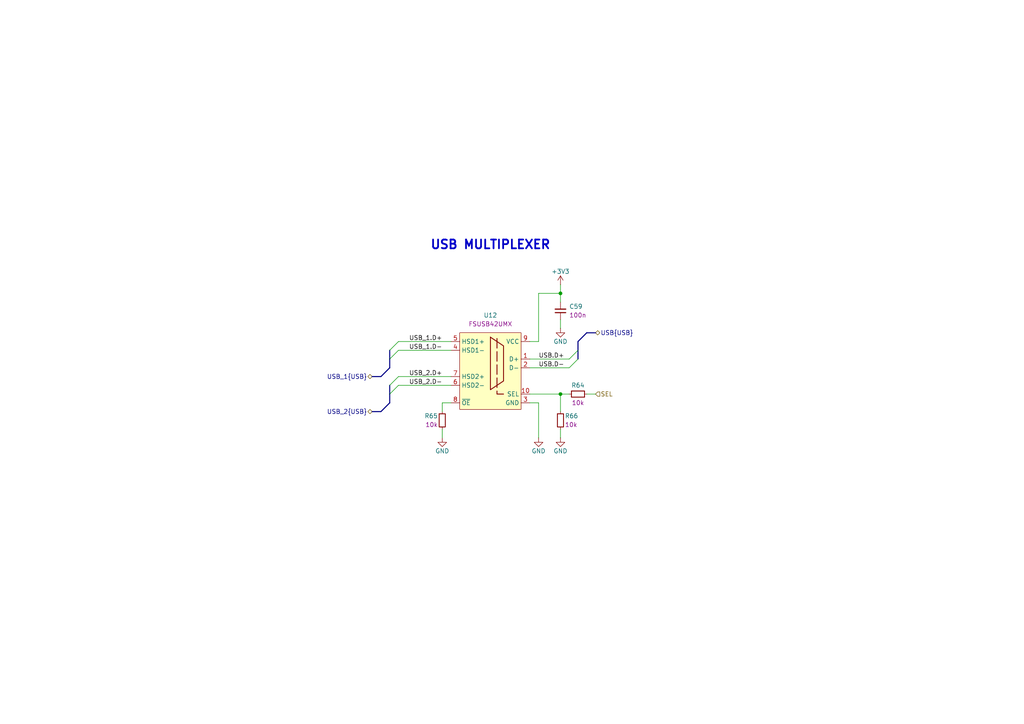
<source format=kicad_sch>
(kicad_sch (version 20250114) (generator "eeschema") (generator_version "9.0")
  (paper "A4")
  (title_block (title "ModuCard CM5 module") (date "2025-10-10") (rev "1.0.0") (company "KoNaR") (comment 1 "Project author: Dominik Pluta"))
  (lib_symbols
    (symbol "DW-ICs:FSUSB42UMX"
      (property "Reference" "U" (at 35.56 0 0))
      (property "MPN" "FSUSB42UMX" (at 35.56 -15.24 0))
      (symbol "FSUSB42UMX_1_1"
        (rectangle (start 2.54 2.54) (end 20.32 -19.685) (fill (type background)))
        (polyline (pts (xy 7.62 -15.24) (xy 9.525 -15.24) (xy 9.525 1.27)) (stroke (width 0.254) (type dash)))
        (polyline (pts (xy 11.43 1.27) (xy 11.43 -13.97) (xy 7.62 -11.43) (xy 7.62 -1.27) (xy 11.43 1.27)) (stroke (width 0.254)) (fill (type background)))
        (pin power_in line (at 0 0 0) (length 2.54) (name "VCC") (number "9"))
        (pin bidirectional line (at 0 -5.08 0) (length 2.54) (name "D+") (number "1"))
        (pin bidirectional line (at 0 -7.62 0) (length 2.54) (name "D-") (number "2"))
        (pin input line (at 0 -15.24 0) (length 2.54) (name "SEL") (number "10"))
        (pin power_in line (at 0 -17.78 0) (length 2.54) (name "GND") (number "3"))
        (pin bidirectional line (at 22.86 0 180) (length 2.54) (name "HSD1+") (number "5"))
        (pin bidirectional line (at 22.86 -2.54 180) (length 2.54) (name "HSD1-") (number "4"))
        (pin bidirectional line (at 22.86 -10.16 180) (length 2.54) (name "HSD2+") (number "7"))
        (pin bidirectional line (at 22.86 -12.7 180) (length 2.54) (name "HSD2-") (number "6"))
        (pin input line (at 22.86 -17.78 180) (length 2.54) (name "~{OE}") (number "8"))
      )
    )
    (symbol "DW-capacitors:C-100n-0402" (pin_numbers (hide yes)) (pin_names (hide yes))
      (property "Reference" "C" (at 12.7 0 0))
      (property "Val" "100n" (at 12.7 -20.32 0))
      (symbol "C-100n-0402_0_1"
        (polyline (pts (xy 2.032 -1.524) (xy 2.032 1.524)) (stroke (width 0.3048)))
        (polyline (pts (xy 3.048 -1.524) (xy 3.048 1.524)) (stroke (width 0.3302)))
      )
      (symbol "C-100n-0402_1_1"
        (pin passive line (at 0 0 0) (length 2.032) (name "~") (number "1"))
        (pin passive line (at 5.08 0 180) (length 2.032) (name "~") (number "2"))
      )
    )
    (symbol "DW-power-symbols:+3V3" (power) (pin_numbers (hide yes)) (pin_names (offset 0) (hide yes))
      (property "Value" "+3V3" (at 0 3.556 0))
      (symbol "+3V3_0_1"
        (polyline (pts (xy -0.762 1.27) (xy 0 2.54)))
        (polyline (pts (xy 0 2.54) (xy 0.762 1.27)))
        (polyline (pts (xy 0 0) (xy 0 2.54)))
      )
      (symbol "+3V3_1_1"
        (pin power_in line (at 0 0 90) (length 0) (name "~") (number "1"))
      )
    )
    (symbol "DW-power-symbols:GND" (power) (pin_numbers (hide yes)) (pin_names (offset 0) (hide yes))
      (property "Value" "GND" (at 0 -3.81 0))
      (symbol "GND_0_1"
        (polyline (pts (xy 0 0) (xy 0 -1.27) (xy 1.27 -1.27) (xy 0 -2.54) (xy -1.27 -1.27) (xy 0 -1.27)))
      )
      (symbol "GND_1_1"
        (pin power_in line (at 0 0 270) (length 0) (name "~") (number "1"))
      )
    )
    (symbol "DW-resistors:R-10k-0402" (pin_numbers (hide yes)) (pin_names (offset 0) (hide yes))
      (property "Reference" "R" (at 12.7 0 0))
      (property "Val" "10k" (at 12.7 -20.32 0))
      (symbol "R-10k-0402_0_1"
        (rectangle (start 0.635 0.889) (end 4.445 -0.889) (stroke (width 0.254)))
      )
      (symbol "R-10k-0402_1_1"
        (pin passive line (at 0 0 0) (length 0.635) (name "~") (number "1"))
        (pin passive line (at 5.08 0 180) (length 0.635) (name "~") (number "2"))
      )
    )
  )
  (text "USB MULTIPLEXER" (at 142.24 71.12 0) (effects (font (size 2.54 2.54) (bold yes))))
  (junction (at 162.56 114.3))
  (junction (at 162.56 85.09))
  (bus_entry (at 113.03 111.76) (size 2.54 -2.54))
  (bus_entry (at 167.64 101.6) (size -2.54 2.54))
  (bus_entry (at 167.64 104.14) (size -2.54 2.54))
  (bus_entry (at 113.03 104.14) (size 2.54 -2.54))
  (bus_entry (at 113.03 114.3) (size 2.54 -2.54))
  (bus_entry (at 113.03 101.6) (size 2.54 -2.54))
  (wire (pts (xy 156.21 85.09) (xy 156.21 99.06)))
  (bus (pts (xy 113.03 114.3) (xy 113.03 116.84)))
  (wire (pts (xy 153.67 106.68) (xy 165.1 106.68)))
  (wire (pts (xy 128.27 127) (xy 128.27 124.46)))
  (wire (pts (xy 162.56 114.3) (xy 165.1 114.3)))
  (wire (pts (xy 115.57 109.22) (xy 130.81 109.22)))
  (bus (pts (xy 172.72 96.52) (xy 170.18 96.52)))
  (bus (pts (xy 113.03 101.6) (xy 113.03 104.14)))
  (wire (pts (xy 162.56 114.3) (xy 162.56 119.38)))
  (bus (pts (xy 107.95 119.38) (xy 110.49 119.38)))
  (wire (pts (xy 156.21 85.09) (xy 162.56 85.09)))
  (wire (pts (xy 162.56 124.46) (xy 162.56 127)))
  (wire (pts (xy 156.21 116.84) (xy 153.67 116.84)))
  (wire (pts (xy 128.27 119.38) (xy 128.27 116.84)))
  (bus (pts (xy 107.95 109.22) (xy 110.49 109.22)))
  (bus (pts (xy 110.49 109.22) (xy 113.03 106.68)))
  (wire (pts (xy 162.56 85.09) (xy 162.56 87.63)))
  (bus (pts (xy 110.49 119.38) (xy 113.03 116.84)))
  (wire (pts (xy 162.56 82.55) (xy 162.56 85.09)))
  (wire (pts (xy 128.27 116.84) (xy 130.81 116.84)))
  (wire (pts (xy 115.57 111.76) (xy 130.81 111.76)))
  (bus (pts (xy 167.64 101.6) (xy 167.64 99.06)))
  (wire (pts (xy 153.67 104.14) (xy 165.1 104.14)))
  (wire (pts (xy 115.57 99.06) (xy 130.81 99.06)))
  (bus (pts (xy 167.64 104.14) (xy 167.64 101.6)))
  (bus (pts (xy 113.03 104.14) (xy 113.03 106.68)))
  (wire (pts (xy 156.21 127) (xy 156.21 116.84)))
  (bus (pts (xy 113.03 111.76) (xy 113.03 114.3)))
  (bus (pts (xy 170.18 96.52) (xy 167.64 99.06)))
  (wire (pts (xy 170.18 114.3) (xy 172.72 114.3)))
  (wire (pts (xy 115.57 101.6) (xy 130.81 101.6)))
  (wire (pts (xy 162.56 92.71) (xy 162.56 95.25)))
  (wire (pts (xy 153.67 114.3) (xy 162.56 114.3)))
  (wire (pts (xy 156.21 99.06) (xy 153.67 99.06)))
  (label "USB.D+" (at 156.21 104.14 0))
  (label "USB_1.D+" (at 128.27 99.06 180))
  (label "USB_1.D-" (at 128.27 101.6 180))
  (label "USB_2.D+" (at 128.27 109.22 180))
  (label "USB.D-" (at 156.21 106.68 0))
  (label "USB_2.D-" (at 128.27 111.76 180))
  (hierarchical_label "USB_1{USB}" (shape bidirectional) (at 107.95 109.22 180))
  (hierarchical_label "SEL" (shape input) (at 172.72 114.3 0))
  (hierarchical_label "USB_2{USB}" (shape bidirectional) (at 107.95 119.38 180))
  (hierarchical_label "USB{USB}" (shape bidirectional) (at 172.72 96.52 0))
  (symbol (lib_id "DW-power-symbols:+3V3") (at 162.56 82.55 0) (unit 1)
    (property "Reference" "#PWR0138" (effects (hide yes)))
    (property "Value" "+3V3" (at 162.56 78.74 0))
    (property "Description" "Power symbol creates a global label with name \"+3V3\"" (effects (hide yes)))
  )
  (symbol (lib_id "DW-capacitors:C-100n-0402") (at 162.56 92.71 90) (unit 1)
    (property "Reference" "C59" (at 165.1 88.8936 90) (effects (justify right)))
    (property "Value" "C-100n-0402" (effects (hide yes)))
    (property "Footprint" "DW-footprints:C_0402_1005Metric" (effects (hide yes)))
    (property "Datasheet" "https://lcsc.com/datasheet/lcsc_datasheet_2304140030_Samsung-Electro-Mechanics-CL05B104KB54PNC_C307331.pdf" (effects (hide yes)))
    (property "Description" "50V 100nF X7R ±10% 0402 Multilayer Ceramic Capacitors MLCC - SMD/SMT ROHS" (effects (hide yes)))
    (property "Manufacturer" "Samsung Electro-Mechanics" (effects (hide yes)))
    (property "MPN" "CL05B104KB54PNC" (effects (hide yes)))
    (property "LCSC" "C307331" (effects (hide yes)))
    (property "Val" "100n" (at 165.1 91.4336 90) (effects (justify right)))
    (property "Tolerance" "10%" (effects (hide yes)))
    (property "Voltage" "50V" (effects (hide yes)))
    (property "Dielectric" "X7R" (effects (hide yes)))
  )
  (symbol (lib_id "DW-resistors:R-10k-0402") (at 165.1 114.3 0) (unit 1)
    (property "Reference" "R64" (at 167.64 111.76 0))
    (property "Value" "R-10k-0402" (effects (hide yes)))
    (property "Footprint" "DW-footprints:R_0402_1005Metric" (effects (hide yes)))
    (property "Datasheet" "https://lcsc.com/datasheet/lcsc_datasheet_2411221126_UNI-ROYAL-Uniroyal-Elec-0402WGF1002TCE_C25744.pdf" (effects (hide yes)))
    (property "Description" "62.5mW Thick Film Resistor 50V ±100ppm/℃ ±1% 10kΩ 0402 Chip Resistor - Surface Mount ROHS" (effects (hide yes)))
    (property "Manufacturer" "UNI-ROYAL(Uniroyal Elec)" (effects (hide yes)))
    (property "MPN" "0402WGF1002TCE" (effects (hide yes)))
    (property "LCSC" "C25744" (effects (hide yes)))
    (property "Val" "10k" (at 167.64 116.84 0))
    (property "Tolerance" "1%" (effects (hide yes)))
  )
  (symbol (lib_id "DW-resistors:R-10k-0402") (at 162.56 124.46 90) (unit 1)
    (property "Reference" "R66" (at 163.83 120.65 90) (effects (justify right)))
    (property "Value" "R-10k-0402" (effects (hide yes)))
    (property "Footprint" "DW-footprints:R_0402_1005Metric" (effects (hide yes)))
    (property "Datasheet" "https://lcsc.com/datasheet/lcsc_datasheet_2411221126_UNI-ROYAL-Uniroyal-Elec-0402WGF1002TCE_C25744.pdf" (effects (hide yes)))
    (property "Description" "62.5mW Thick Film Resistor 50V ±100ppm/℃ ±1% 10kΩ 0402 Chip Resistor - Surface Mount ROHS" (effects (hide yes)))
    (property "Manufacturer" "UNI-ROYAL(Uniroyal Elec)" (effects (hide yes)))
    (property "MPN" "0402WGF1002TCE" (effects (hide yes)))
    (property "LCSC" "C25744" (effects (hide yes)))
    (property "Val" "10k" (at 163.83 123.19 90) (effects (justify right)))
    (property "Tolerance" "1%" (effects (hide yes)))
  )
  (symbol (lib_id "DW-power-symbols:GND") (at 162.56 127 0) (mirror y) (unit 1)
    (property "Reference" "#PWR0142" (effects (hide yes)))
    (property "Value" "GND" (at 162.56 130.81 0))
    (property "Description" "Power symbol creates a global label with name \"GND\" , ground" (effects (hide yes)))
  )
  (symbol (lib_id "DW-ICs:FSUSB42UMX") (at 153.67 99.06 0) (mirror y) (unit 1)
    (property "Reference" "U12" (at 142.24 91.44 0))
    (property "Value" "FSUSB42UMX" (effects (hide yes)))
    (property "Footprint" "DW-footprints:UFQFN-10_1.4x1.8mm_P0.4mm" (effects (hide yes)))
    (property "Datasheet" "https://www.lcsc.com/datasheet/C11145.pdf" (effects (hide yes)))
    (property "Description" "2 3.9Ω 2:1 UFQFN-10(1.4x1.8) Analog Switches, Multiplexers ROHS" (effects (hide yes)))
    (property "Manufacturer" "Onsemi" (effects (hide yes)))
    (property "MPN" "FSUSB42UMX" (at 142.24 93.98 0))
    (property "LCSC" "C11145" (effects (hide yes)))
  )
  (symbol (lib_id "DW-power-symbols:GND") (at 156.21 127 0) (mirror y) (unit 1)
    (property "Reference" "#PWR0141" (effects (hide yes)))
    (property "Value" "GND" (at 156.21 130.81 0))
    (property "Description" "Power symbol creates a global label with name \"GND\" , ground" (effects (hide yes)))
  )
  (symbol (lib_id "DW-resistors:R-10k-0402") (at 128.27 124.46 270) (mirror x) (unit 1)
    (property "Reference" "R65" (at 127 120.65 90) (effects (justify right)))
    (property "Value" "R-10k-0402" (effects (hide yes)))
    (property "Footprint" "DW-footprints:R_0402_1005Metric" (effects (hide yes)))
    (property "Datasheet" "https://lcsc.com/datasheet/lcsc_datasheet_2411221126_UNI-ROYAL-Uniroyal-Elec-0402WGF1002TCE_C25744.pdf" (effects (hide yes)))
    (property "Description" "62.5mW Thick Film Resistor 50V ±100ppm/℃ ±1% 10kΩ 0402 Chip Resistor - Surface Mount ROHS" (effects (hide yes)))
    (property "Manufacturer" "UNI-ROYAL(Uniroyal Elec)" (effects (hide yes)))
    (property "MPN" "0402WGF1002TCE" (effects (hide yes)))
    (property "LCSC" "C25744" (effects (hide yes)))
    (property "Val" "10k" (at 127 123.19 90) (effects (justify right)))
    (property "Tolerance" "1%" (effects (hide yes)))
  )
  (symbol (lib_id "DW-power-symbols:GND") (at 128.27 127 0) (mirror y) (unit 1)
    (property "Reference" "#PWR0140" (effects (hide yes)))
    (property "Value" "GND" (at 128.27 130.81 0))
    (property "Description" "Power symbol creates a global label with name \"GND\" , ground" (effects (hide yes)))
  )
  (symbol (lib_id "DW-power-symbols:GND") (at 162.56 95.25 0) (mirror y) (unit 1)
    (property "Reference" "#PWR0139" (effects (hide yes)))
    (property "Value" "GND" (at 162.56 99.06 0))
    (property "Description" "Power symbol creates a global label with name \"GND\" , ground" (effects (hide yes)))
  )
)
</source>
